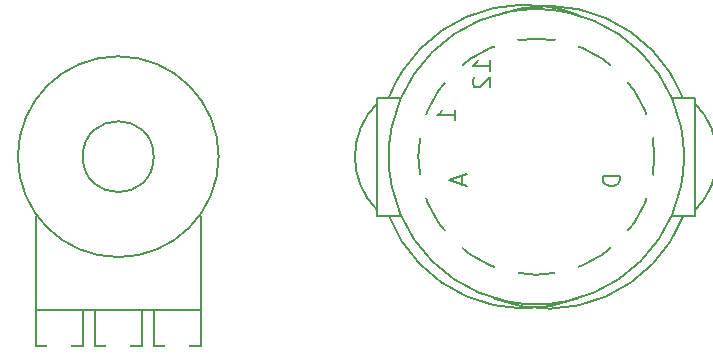
<source format=gbo>
G04 (created by PCBNEW (2013-03-31 BZR 4008)-stable) date 2013-07-27 3:47:37 PM*
%MOIN*%
G04 Gerber Fmt 3.4, Leading zero omitted, Abs format*
%FSLAX34Y34*%
G01*
G70*
G90*
G04 APERTURE LIST*
%ADD10C,0.006*%
%ADD11C,0.00590551*%
%ADD12C,0.0802748*%
%ADD13R,0.0802748X0.0802748*%
%ADD14C,0.080315*%
G04 APERTURE END LIST*
G54D10*
G54D11*
X14724Y-17952D02*
X14724Y-19133D01*
X14724Y-19133D02*
X16299Y-19133D01*
X12755Y-17952D02*
X12755Y-19133D01*
X12755Y-19133D02*
X14330Y-19133D01*
X14330Y-19133D02*
X14330Y-17952D01*
X10787Y-19133D02*
X12362Y-19133D01*
X12362Y-19133D02*
X12362Y-17952D01*
X16299Y-17952D02*
X10787Y-17952D01*
X10787Y-19133D02*
X10787Y-14803D01*
X16299Y-19133D02*
X16299Y-14803D01*
X14724Y-12834D02*
G75*
G03X14724Y-12834I-1181J0D01*
G74*
G01*
X16889Y-12834D02*
G75*
G03X16889Y-12834I-3346J0D01*
G74*
G01*
X32775Y-10874D02*
X32775Y-14811D01*
X32775Y-10874D02*
X31988Y-10874D01*
X32775Y-14811D02*
X31988Y-14811D01*
X32775Y-14614D02*
G75*
G03X32775Y-11070I-1771J1771D01*
G74*
G01*
X26080Y-17566D02*
G75*
G03X32380Y-14813I1773J4526D01*
G74*
G01*
X26080Y-8142D02*
G75*
G02X32380Y-10895I1773J-4526D01*
G74*
G01*
X28864Y-8103D02*
G75*
G03X22563Y-10855I-1773J-4526D01*
G74*
G01*
X28860Y-17558D02*
G75*
G02X22559Y-14805I-1773J4526D01*
G74*
G01*
X22165Y-14606D02*
G75*
G02X22165Y-11062I1771J1771D01*
G74*
G01*
X22165Y-14803D02*
X22952Y-14803D01*
X22165Y-10866D02*
X22952Y-10866D01*
X22165Y-10866D02*
X22165Y-14803D01*
X32401Y-12834D02*
G75*
G03X32401Y-12834I-4921J0D01*
G74*
G01*
X31417Y-12834D02*
G75*
G03X31417Y-12834I-3937J0D01*
G74*
G01*
X25947Y-9966D02*
X25947Y-9628D01*
X25947Y-9797D02*
X25357Y-9797D01*
X25441Y-9741D01*
X25497Y-9685D01*
X25525Y-9628D01*
X25413Y-10191D02*
X25385Y-10219D01*
X25357Y-10275D01*
X25357Y-10416D01*
X25385Y-10472D01*
X25413Y-10500D01*
X25469Y-10528D01*
X25525Y-10528D01*
X25610Y-10500D01*
X25947Y-10163D01*
X25947Y-10528D01*
X24766Y-11625D02*
X24766Y-11287D01*
X24766Y-11456D02*
X24176Y-11456D01*
X24260Y-11400D01*
X24316Y-11344D01*
X24344Y-11287D01*
X30278Y-13467D02*
X29687Y-13467D01*
X29687Y-13607D01*
X29715Y-13692D01*
X29772Y-13748D01*
X29828Y-13776D01*
X29940Y-13804D01*
X30025Y-13804D01*
X30137Y-13776D01*
X30194Y-13748D01*
X30250Y-13692D01*
X30278Y-13607D01*
X30278Y-13467D01*
X24991Y-13481D02*
X24991Y-13762D01*
X25160Y-13425D02*
X24569Y-13622D01*
X25160Y-13818D01*
%LPC*%
G54D12*
X13543Y-19133D03*
X11574Y-19133D03*
X15511Y-19133D03*
G54D13*
X19216Y-8858D03*
G54D12*
X18216Y-8858D03*
X17216Y-8858D03*
X16216Y-8858D03*
G54D13*
X24803Y-18897D03*
G54D12*
X21653Y-18897D03*
X22653Y-18897D03*
G54D13*
X20653Y-18897D03*
G54D14*
X23677Y-11814D03*
X24696Y-10051D03*
X26460Y-9031D03*
X28500Y-9031D03*
X30263Y-10051D03*
X31283Y-11814D03*
X29645Y-12834D03*
X25314Y-12834D03*
X23677Y-13854D03*
X24696Y-15618D03*
X26460Y-16637D03*
X28500Y-16637D03*
X30263Y-15618D03*
X31283Y-13854D03*
M02*

</source>
